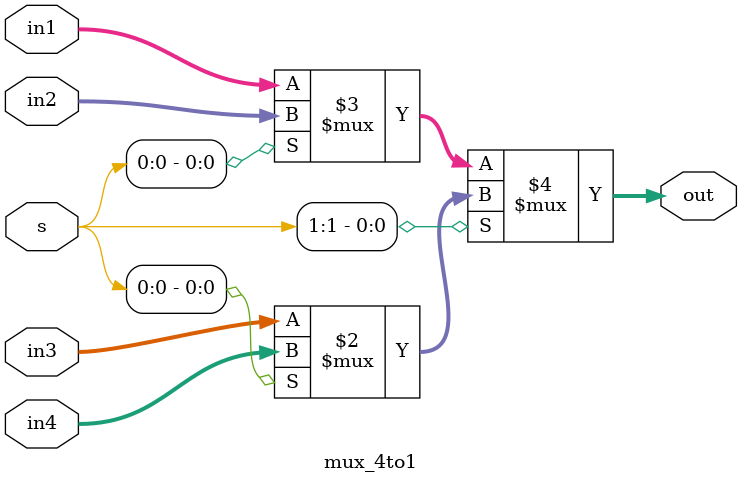
<source format=sv>

module mux_4to1#(
	parameter WIDTH=32)(
	input [WIDTH-1:0]in1,
	input [WIDTH-1:0]in2,
	input [WIDTH-1:0]in3,
	input [WIDTH-1:0]in4,
	input [1:0]s,
	output logic [WIDTH-1:0]out);

always_comb
	out =s[1] ? (s[0]? in4:in3):(s[0]? in2:in1);
	endmodule : mux_4to1

</source>
